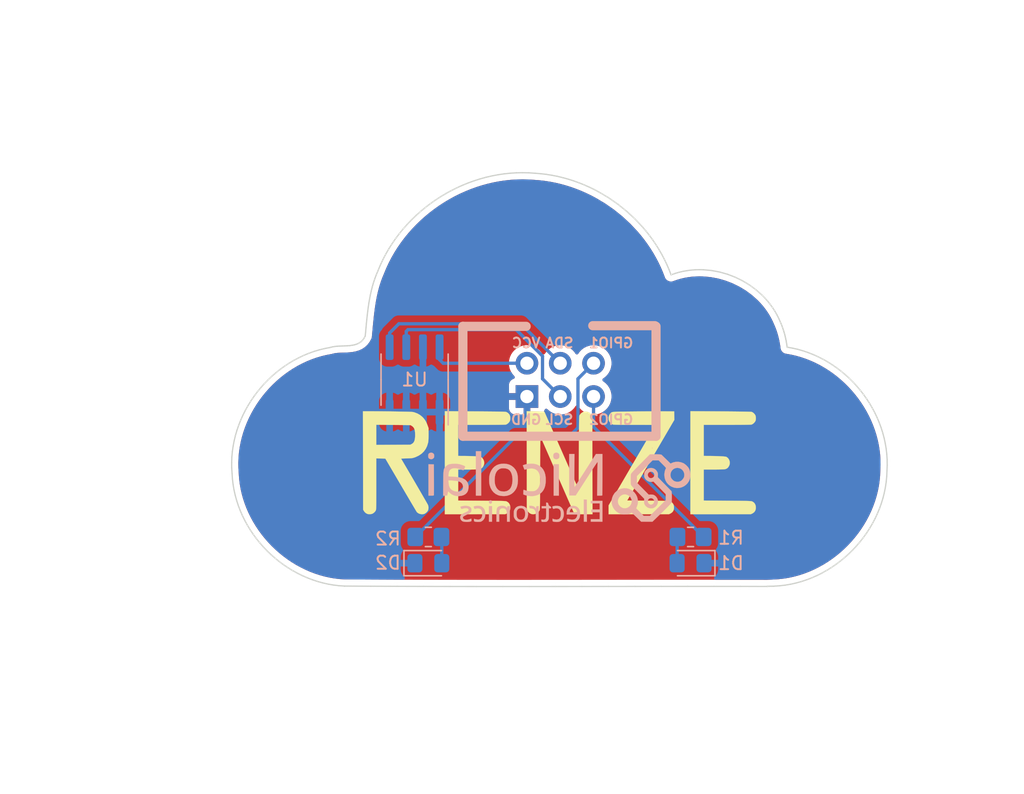
<source format=kicad_pcb>
(kicad_pcb (version 20211014) (generator pcbnew)
  (layers (0 "F.Cu" signal) (31 "B.Cu" signal) (34 "B.Paste" user) (35 "F.Paste" user) (36 "B.SilkS" user "B.Silkscreen") (37 "F.SilkS" user "F.Silkscreen") (38 "B.Mask" user) (39 "F.Mask" user) (44 "Edge.Cuts" user))
  (net 0 "")
  (net 1 "GND")
  (net 2 "Net-(U1-Pad5)")
  (net 3 "Net-(U1-Pad6)")
  (net 4 "+3V3")
  (net 5 "Net-(D1-Pad2)")
  (net 6 "Net-(D2-Pad2)")
  (net 7 "Net-(R1-Pad1)")
  (net 8 "Net-(R2-Pad1)")
  (footprint "badgelife_sao_v169bis:Badgelife-SAOv169-SAO-2x3" (layer "F.Cu") (at 0 0)
    (fp_text reference "X1" hide)
    (fp_text value "SAO")
    (fp_text user "VCC" (at -2.54 -2.794 unlocked) (layer "B.SilkS") (effects (font (size 0.75 0.75)) (justify mirror)))
    (fp_text user "GPIO2" (at 3.937 3.048) (layer "B.SilkS") (effects (font (size 0.75 0.75)) (justify mirror)))
    (fp_text user "GND" (at -2.54 3.048 unlocked) (layer "B.SilkS") (effects (font (size 0.75 0.75)) (justify mirror)))
    (fp_text user "GPIO1" (at 3.937 -2.794 unlocked) (layer "B.SilkS") (effects (font (size 0.75 0.75)) (justify mirror)))
    (fp_text user "SCL" (at 0 3.048) (layer "B.SilkS") (effects (font (size 0.75 0.75)) (justify mirror)))
    (fp_text user "SDA" (at 0 -2.794 unlocked) (layer "B.SilkS") (effects (font (size 0.75 0.75)) (justify mirror)))
    (pad "1" thru_hole oval (at -2.48 -1.25 270) (size 1.7272 1.7272) (drill 1.016) (layers *.Cu *.Mask) (net 4 "+3V3"))
    (pad "2" thru_hole rect (at -2.48 1.29 270) (size 1.7272 1.7272) (drill 1.016) (layers *.Cu *.Mask) (net 1 "GND"))
    (pad "3" thru_hole oval (at 0.06 -1.25 270) (size 1.7272 1.7272) (drill 1.016) (layers *.Cu *.Mask) (net 2 "Net-(U1-Pad5)"))
    (pad "4" thru_hole oval (at 0.06 1.29 270) (size 1.7272 1.7272) (drill 1.016) (layers *.Cu *.Mask) (net 3 "Net-(U1-Pad6)"))
    (pad "5" thru_hole circle (at 2.6 -1.25 270) (size 1.7272 1.7272) (drill 1.016) (layers *.Cu *.Mask) (net 8 "Net-(R2-Pad1)"))
    (pad "6" thru_hole circle (at 2.6 1.29 270) (size 1.7272 1.7272) (drill 1.016) (layers *.Cu *.Mask) (net 7 "Net-(R1-Pad1)"))
  )
  (footprint "cloud:cloud" (layer "F.Cu") (at 0 0)
    (fp_text reference "N1" hide)
    (fp_text value "Housing" hide)
    (fp_line (start 24.2363 2.9109) (end 24.3959 3.2909) (layer "Edge.Cuts") (width 0.1))
    (fp_line (start -16.38038 -2.5719) (end -16.18892 -2.5801) (layer "Edge.Cuts") (width 0.1))
    (fp_line (start -14.3873 15.7573) (end -16.40012 15.7457) (layer "Edge.Cuts") (width 0.1))
    (fp_line (start 15.8868 -5.9769) (end 16.0816 -5.7327) (layer "Edge.Cuts") (width 0.1))
    (fp_line (start -13.4756 -9.136) (end -13.2573 -9.5562) (layer "Edge.Cuts") (width 0.1))
    (fp_line (start 5.7469 15.7738) (end 3.7329 15.7757) (layer "Edge.Cuts") (width 0.1))
    (fp_line (start -0.1584 -15.5052) (end 0.2571 -15.40625) (layer "Edge.Cuts") (width 0.1))
    (fp_line (start 8.8134 -8.0977) (end 9.1164 -8.1862) (layer "Edge.Cuts") (width 0.1))
    (fp_line (start -22.58092 12.7656) (end -22.85399 12.4545) (layer "Edge.Cuts") (width 0.1))
    (fp_line (start -24.970443 7.1677) (end -24.997867 6.7465) (layer "Edge.Cuts") (width 0.1))
    (fp_line (start 22.9267 12.3687) (end 22.6522 12.6894) (layer "Edge.Cuts") (width 0.1))
    (fp_line (start -24.893322 7.9993) (end -24.942526 7.5854) (layer "Edge.Cuts") (width 0.1))
    (fp_line (start 1.4768 -15.01885) (end 1.873 -14.8606) (layer "Edge.Cuts") (width 0.1))
    (fp_line (start -16.81783 15.7174) (end -17.23166 15.6678) (layer "Edge.Cuts") (width 0.1))
    (fp_line (start 18.5826 -2.1952) (end 18.9744 -2.0624) (layer "Edge.Cuts") (width 0.1))
    (fp_line (start -24.465332 3.4762) (end -24.312652 3.0897) (layer "Edge.Cuts") (width 0.1))
    (fp_line (start -21.68512 13.6244) (end -21.9959 13.3511) (layer "Edge.Cuts") (width 0.1))
    (fp_line (start 17.0782 -3.7943) (end 17.115 -3.6771) (layer "Edge.Cuts") (width 0.1))
    (fp_line (start 13.3973 -7.8167) (end 13.9592 -7.5426) (layer "Edge.Cuts") (width 0.1))
    (fp_line (start -5.15 -15.53864) (end -4.6865 -15.62676) (layer "Edge.Cuts") (width 0.1))
    (fp_line (start -24.986903 5.9084) (end -24.949566 5.4929) (layer "Edge.Cuts") (width 0.1))
    (fp_line (start -4.6865 -15.62676) (end -4.2195 -15.69581) (layer "Edge.Cuts") (width 0.1))
    (fp_line (start 23.8668 2.1735) (end 24.0598 2.5382) (layer "Edge.Cuts") (width 0.1))
    (fp_line (start 16.0816 -5.7327) (end 16.2642 -5.4786) (layer "Edge.Cuts") (width 0.1))
    (fp_line (start -24.891692 5.0805) (end -24.813807 4.672) (layer "Edge.Cuts") (width 0.1))
    (fp_line (start -13.0217 -9.9663) (end -12.7694 -10.3658) (layer "Edge.Cuts") (width 0.1))
    (fp_line (start 20.7363 14.3337) (end 20.3778 14.5553) (layer "Edge.Cuts") (width 0.1))
    (fp_line (start -19.2226 15.121) (end -19.60107 14.956) (layer "Edge.Cuts") (width 0.1))
    (fp_line (start -22.85399 12.4545) (end -23.11332 12.1321) (layer "Edge.Cuts") (width 0.1))
    (fp_line (start 24.6765 9.0329) (end 24.5534 9.436) (layer "Edge.Cuts") (width 0.1))
    (fp_line (start -23.80309 11.1022) (end -24.001676 10.74) (layer "Edge.Cuts") (width 0.1))
    (fp_line (start 0.2571 -15.40625) (end 0.6684 -15.292) (layer "Edge.Cuts") (width 0.1))
    (fp_line (start -24.813807 4.672) (end -24.716435 4.268) (layer "Edge.Cuts") (width 0.1))
    (fp_line (start 6.3363 -11.6424) (end 6.612 -11.3167) (layer "Edge.Cuts") (width 0.1))
    (fp_line (start 24.982 6.9396) (end 24.9642 7.3666) (layer "Edge.Cuts") (width 0.1))
    (fp_line (start 18.1839 -2.3088) (end 18.5826 -2.1952) (layer "Edge.Cuts") (width 0.1))
    (fp_line (start 0.6684 -15.292) (end 1.0751 -15.16276) (layer "Edge.Cuts") (width 0.1))
    (fp_line (start -24.001676 10.74) (end -24.183619 10.3693) (layer "Edge.Cuts") (width 0.1))
    (fp_line (start 24.9242 7.79) (end 24.8625 8.2093) (layer "Edge.Cuts") (width 0.1))
    (fp_line (start 1.719 15.7776) (end -0.2948 15.7792) (layer "Edge.Cuts") (width 0.1))
    (fp_line (start -14.7263 -4.267) (end -14.6954 -4.5813) (layer "Edge.Cuts") (width 0.1))
    (fp_line (start -17.89887 -2.3737) (end -17.485 -2.4523) (layer "Edge.Cuts") (width 0.1))
    (fp_line (start 24.3959 3.2909) (end 24.5379 3.6777) (layer "Edge.Cuts") (width 0.1))
    (fp_line (start 10.6645 -8.387) (end 10.9765 -8.3806) (layer "Edge.Cuts") (width 0.1))
    (fp_line (start -14.5369 -5.8359) (end -14.4839 -6.1474) (layer "Edge.Cuts") (width 0.1))
    (fp_line (start -24.623803 9.2121) (end -24.73338 8.8132) (layer "Edge.Cuts") (width 0.1))
    (fp_line (start 15.9968 15.7688) (end 15.9625 15.7699) (layer "Edge.Cuts") (width 0.1))
    (fp_line (start -18.83678 15.2683) (end -19.2226 15.121) (layer "Edge.Cuts") (width 0.1))
    (fp_line (start -14.5836 -5.5233) (end -14.5369 -5.8359) (layer "Edge.Cuts") (width 0.1))
    (fp_line (start 16.2641 15.7582) (end 16.2306 15.76) (layer "Edge.Cuts") (width 0.1))
    (fp_line (start 22.1003 -0.1026) (end 22.3936 0.1885) (layer "Edge.Cuts") (width 0.1))
    (fp_line (start -14.8132 -3.3282) (end -14.7843 -3.6402) (layer "Edge.Cuts") (width 0.1))
    (fp_line (start 3.7575 -13.8652) (end 4.4585 -13.3778) (layer "Edge.Cuts") (width 0.1))
    (fp_line (start -24.823413 8.4088) (end -24.893322 7.9993) (layer "Edge.Cuts") (width 0.1))
    (fp_line (start 11.5979 -8.3237) (end 12.2117 -8.2093) (layer "Edge.Cuts") (width 0.1))
    (fp_line (start 24.854 4.8723) (end 24.9209 5.2798) (layer "Edge.Cuts") (width 0.1))
    (fp_line (start -20.58852 -1.2758) (end -20.23019 -1.4867) (layer "Edge.Cuts") (width 0.1))
    (fp_line (start 21.7482 13.5753) (end 21.4221 13.8431) (layer "Edge.Cuts") (width 0.1))
    (fp_line (start -19.60107 14.956) (end -19.97162 14.7737) (layer "Edge.Cuts") (width 0.1))
    (fp_line (start 22.9413 0.8073) (end 23.1947 1.1338) (layer "Edge.Cuts") (width 0.1))
    (fp_line (start 9.7309 -8.314) (end 10.0411 -8.3539) (layer "Edge.Cuts") (width 0.1))
    (fp_line (start 10.9765 -8.3806) (end 11.5979 -8.3237) (layer "Edge.Cuts") (width 0.1))
    (fp_line (start -23.04984 0.9431) (end -22.78649 0.6202) (layer "Edge.Cuts") (width 0.1))
    (fp_line (start 19.6328 14.9478) (end 19.2475 15.1175) (layer "Edge.Cuts") (width 0.1))
    (fp_line (start -7.8246 -14.6311) (end -7.3945 -14.8255) (layer "Edge.Cuts") (width 0.1))
    (fp_line (start 7.7612 15.7722) (end 5.7469 15.7738) (layer "Edge.Cuts") (width 0.1))
    (fp_line (start 10.0411 -8.3539) (end 10.3525 -8.3781) (layer "Edge.Cuts") (width 0.1))
    (fp_line (start -19.97162 14.7737) (end -20.33366 14.5748) (layer "Edge.Cuts") (width 0.1))
    (fp_line (start -16.40012 15.7457) (end -16.40013 15.7457) (layer "Edge.Cuts") (width 0.1))
    (fp_line (start -21.02989 14.1294) (end -21.36292 13.8841) (layer "Edge.Cuts") (width 0.1))
    (fp_line (start 19.7349 -1.7413) (end 20.1027 -1.5544) (layer "Edge.Cuts") (width 0.1))
    (fp_line (start 9.1164 -8.1862) (end 9.4224 -8.2582) (layer "Edge.Cuts") (width 0.1))
    (fp_line (start 24.9987 6.5214) (end 24.982 6.9396) (layer "Edge.Cuts") (width 0.1))
    (fp_line (start 13.8051 15.7726) (end 11.7902 15.7713) (layer "Edge.Cuts") (width 0.1))
    (fp_line (start 21.4777 -0.6453) (end 21.7949 -0.3808) (layer "Edge.Cuts") (width 0.1))
    (fp_line (start -6.9573 -15.0032) (end -6.5137 -15.16373) (layer "Edge.Cuts") (width 0.1))
    (fp_line (start -22.50942 0.309) (end -22.21917 0.0101) (layer "Edge.Cuts") (width 0.1))
    (fp_line (start -13.8582 -8.2663) (end -13.6762 -8.7059) (layer "Edge.Cuts") (width 0.1))
    (fp_line (start -16.40013 15.7457) (end -16.40013 15.7457) (layer "Edge.Cuts") (width 0.1))
    (fp_line (start 23.658 1.8175) (end 23.8668 2.1735) (layer "Edge.Cuts") (width 0.1))
    (fp_line (start 16.1973 15.7616) (end 16.164 15.763) (layer "Edge.Cuts") (width 0.1))
    (fp_line (start -14.625 -5.2097) (end -14.5836 -5.5233) (layer "Edge.Cuts") (width 0.1))
    (fp_line (start -14.6954 -4.5813) (end -14.6619 -4.8956) (layer "Edge.Cuts") (width 0.1))
    (fp_line (start -17.13748 -2.5284) (end -16.95321 -2.5477) (layer "Edge.Cuts") (width 0.1))
    (fp_line (start 24.9938 6.105) (end 24.9987 6.5214) (layer "Edge.Cuts") (width 0.1))
    (fp_line (start -24.495263 9.6048) (end -24.623803 9.2121) (layer "Edge.Cuts") (width 0.1))
    (fp_line (start -15.46958 -2.7056) (end -15.31059 -2.7773) (layer "Edge.Cuts") (width 0.1))
    (fp_line (start -23.35833 11.7989) (end -23.58845 11.4554) (layer "Edge.Cuts") (width 0.1))
    (fp_line (start -2.3291 -15.77365) (end -1.8538 -15.7416) (layer "Edge.Cuts") (width 0.1))
    (fp_line (start -24.997867 6.7465) (end -25.003179 6.3265) (layer "Edge.Cuts") (width 0.1))
    (fp_line (start 22.0623 13.2933) (end 21.7482 13.5753) (layer "Edge.Cuts") (width 0.1))
    (fp_line (start 9.7756 15.7713) (end 7.7612 15.7722) (layer "Edge.Cuts") (width 0.1))
    (fp_line (start -15.16361 -2.872) (end -15.03049 -2.993) (layer "Edge.Cuts") (width 0.1))
    (fp_line (start 22.6741 0.492) (end 22.9413 0.8073) (layer "Edge.Cuts") (width 0.1))
    (fp_line (start -13.9815 -7.9725) (end -13.8582 -8.2663) (layer "Edge.Cuts") (width 0.1))
    (fp_line (start -10.9396 -12.5188) (end -10.5875 -12.8334) (layer "Edge.Cuts") (width 0.1))
    (fp_line (start 13.9592 -7.5426) (end 14.494 -7.2195) (layer "Edge.Cuts") (width 0.1))
    (fp_line (start -12.2173 -11.1315) (end -11.9186 -11.4969) (layer "Edge.Cuts") (width 0.1))
    (fp_line (start 24.7675 4.469) (end 24.854 4.8723) (layer "Edge.Cuts") (width 0.1))
    (fp_line (start -0.2948 15.7792) (end -2.3084 15.7803) (layer "Edge.Cuts") (width 0.1))
    (fp_line (start 20.0098 14.7602) (end 19.6328 14.9478) (layer "Edge.Cuts") (width 0.1))
    (fp_line (start 2.6474 -14.5023) (end 3.0247 -14.3029) (layer "Edge.Cuts") (width 0.1))
    (fp_line (start -18.30638 -2.2742) (end -17.89887 -2.3737) (layer "Edge.Cuts") (width 0.1))
    (fp_line (start -19.10023 -2.0153) (end -18.70701 -2.1545) (layer "Edge.Cuts") (width 0.1))
    (fp_line (start -10.3614 15.7727) (end -12.3744 15.7662) (layer "Edge.Cuts") (width 0.1))
    (fp_line (start 22.3639 12.9978) (end 22.0623 13.2933) (layer "Edge.Cuts") (width 0.1))
    (fp_line (start 17.2402 -3.2019) (end 17.2663 -3.0818) (layer "Edge.Cuts") (width 0.1))
    (fp_line (start 24.2501 10.2216) (end 24.0711 10.6028) (layer "Edge.Cuts") (width 0.1))
    (fp_line (start 7.5931 -9.9212) (end 7.8059 -9.5508) (layer "Edge.Cuts") (width 0.1))
    (fp_line (start 15.8926 15.7724) (end 15.8567 15.7738) (layer "Edge.Cuts") (width 0.1))
    (fp_line (start 18.8543 15.2687) (end 18.4541 15.4007) (layer "Edge.Cuts") (width 0.1))
    (fp_line (start -17.31536 -2.4978) (end -17.13748 -2.5284) (layer "Edge.Cuts") (width 0.1))
    (fp_line (start 23.1947 1.1338) (end 23.4338 1.4707) (layer "Edge.Cuts") (width 0.1))
    (fp_line (start -16.57281 -2.566) (end -16.38038 -2.5719) (layer "Edge.Cuts") (width 0.1))
    (fp_line (start -6.0642 -15.30674) (end -5.6094 -15.43184) (layer "Edge.Cuts") (width 0.1))
    (fp_line (start -14.4237 -6.4573) (end -14.3553 -6.7654) (layer "Edge.Cuts") (width 0.1))
    (fp_line (start -14.9131 -3.144) (end -14.8132 -3.3282) (layer "Edge.Cuts") (width 0.1))
    (fp_line (start -16.00027 -2.5942) (end -15.81627 -2.6175) (layer "Edge.Cuts") (width 0.1))
    (fp_line (start 2.2633 -14.6883) (end 2.6474 -14.5023) (layer "Edge.Cuts") (width 0.1))
    (fp_line (start 16.8592 -4.3682) (end 16.9079 -4.2552) (layer "Edge.Cuts") (width 0.1))
    (fp_line (start 17.2663 -3.0818) (end 17.2903 -2.9612) (layer "Edge.Cuts") (width 0.1))
    (fp_line (start 24.662 4.0706) (end 24.7675 4.469) (layer "Edge.Cuts") (width 0.1))
    (fp_line (start 17.0392 -3.9108) (end 17.0782 -3.7943) (layer "Edge.Cuts") (width 0.1))
    (fp_line (start 16.0976 15.7655) (end 16.0643 15.7666) (layer "Edge.Cuts") (width 0.1))
    (fp_line (start 20.8104 -1.1309) (end 21.1494 -0.8955) (layer "Edge.Cuts") (width 0.1))
    (fp_line (start -16.18892 -2.5801) (end -16.00027 -2.5942) (layer "Edge.Cuts") (width 0.1))
    (fp_line (start -4.3218 15.7805) (end -6.3352 15.7795) (layer "Edge.Cuts") (width 0.1))
    (fp_line (start -21.91626 -0.2757) (end -21.60122 -0.5478) (layer "Edge.Cuts") (width 0.1))
    (fp_line (start 19.3587 -1.9109) (end 19.7349 -1.7413) (layer "Edge.Cuts") (width 0.1))
    (fp_line (start 16.2306 15.76) (end 16.1973 15.7616) (layer "Edge.Cuts") (width 0.1))
    (fp_line (start 17.351 -2.5974) (end 17.3676 -2.4757) (layer "Edge.Cuts") (width 0.1))
    (fp_line (start 17.3124 -2.8402) (end 17.3327 -2.719) (layer "Edge.Cuts") (width 0.1))
    (fp_line (start 8.514 -7.9926) (end 8.8134 -8.0977) (layer "Edge.Cuts") (width 0.1))
    (fp_line (start -9.0667 -13.9512) (end -8.6613 -14.1935) (layer "Edge.Cuts") (width 0.1))
    (fp_line (start -24.716435 4.268) (end -24.600102 3.8692) (layer "Edge.Cuts") (width 0.1))
    (fp_line (start -24.73338 8.8132) (end -24.823413 8.4088) (layer "Edge.Cuts") (width 0.1))
    (fp_line (start 11.7902 15.7713) (end 9.7756 15.7713) (layer "Edge.Cuts") (width 0.1))
    (fp_line (start -14.6619 -4.8956) (end -14.625 -5.2097) (layer "Edge.Cuts") (width 0.1))
    (fp_line (start -2.3084 15.7803) (end -4.3218 15.7805) (layer "Edge.Cuts") (width 0.1))
    (fp_line (start 3.7329 15.7757) (end 1.719 15.7776) (layer "Edge.Cuts") (width 0.1))
    (fp_line (start 8.3592 -8.393) (end 8.514 -7.9926) (layer "Edge.Cuts") (width 0.1))
    (fp_line (start -21.36292 13.8841) (end -21.68512 13.6244) (layer "Edge.Cuts") (width 0.1))
    (fp_line (start -23.75239 1.9755) (end -23.53332 1.6214) (layer "Edge.Cuts") (width 0.1))
    (fp_line (start -12.501 -10.7543) (end -12.2173 -11.1315) (layer "Edge.Cuts") (width 0.1))
    (fp_line (start 6.876 -10.9814) (end 7.1278 -10.6368) (layer "Edge.Cuts") (width 0.1))
    (fp_line (start 10.3525 -8.3781) (end 10.6645 -8.387) (layer "Edge.Cuts") (width 0.1))
    (fp_line (start 3.0247 -14.3029) (end 3.7575 -13.8652) (layer "Edge.Cuts") (width 0.1))
    (fp_line (start -14.1903 -7.3746) (end -14.0918 -7.6751) (layer "Edge.Cuts") (width 0.1))
    (fp_line (start 23.6614 11.3391) (end 23.4319 11.6929) (layer "Edge.Cuts") (width 0.1))
    (fp_line (start -23.11332 12.1321) (end -23.35833 11.7989) (layer "Edge.Cuts") (width 0.1))
    (fp_line (start 20.3778 14.5553) (end 20.0098 14.7602) (layer "Edge.Cuts") (width 0.1))
    (fp_line (start -13.6762 -8.7059) (end -13.4756 -9.136) (layer "Edge.Cuts") (width 0.1))
    (fp_line (start -16.95321 -2.5477) (end -16.76437 -2.5591) (layer "Edge.Cuts") (width 0.1))
    (fp_line (start 14.494 -7.2195) (end 14.9968 -6.8495) (layer "Edge.Cuts") (width 0.1))
    (fp_line (start -0.5776 -15.58853) (end -0.1584 -15.5052) (layer "Edge.Cuts") (width 0.1))
    (fp_line (start 5.7512 -12.2638) (end 6.3363 -11.6424) (layer "Edge.Cuts") (width 0.1))
    (fp_line (start -6.3352 15.7795) (end -8.3484 15.777) (layer "Edge.Cuts") (width 0.1))
    (fp_line (start 9.4224 -8.2582) (end 9.7309 -8.314) (layer "Edge.Cuts") (width 0.1))
    (fp_line (start -24.348341 9.9907) (end -24.495263 9.6048) (layer "Edge.Cuts") (width 0.1))
    (fp_line (start 17.1495 -3.5592) (end 17.1819 -3.4407) (layer "Edge.Cuts") (width 0.1))
    (fp_line (start 16.4338 -5.2148) (end 16.5899 -4.9416) (layer "Edge.Cuts") (width 0.1))
    (fp_line (start 7.1278 -10.6368) (end 7.367 -10.2833) (layer "Edge.Cuts") (width 0.1))
    (fp_line (start -22.78649 0.6202) (end -22.50942 0.309) (layer "Edge.Cuts") (width 0.1))
    (fp_line (start 22.6522 12.6894) (end 22.3639 12.9978) (layer "Edge.Cuts") (width 0.1))
    (fp_line (start 21.0846 14.0961) (end 20.7363 14.3337) (layer "Edge.Cuts") (width 0.1))
    (fp_line (start 18.9744 -2.0624) (end 19.3587 -1.9109) (layer "Edge.Cuts") (width 0.1))
    (fp_line (start -18.70701 -2.1545) (end -18.30638 -2.2742) (layer "Edge.Cuts") (width 0.1))
    (fp_line (start 14.9968 -6.8495) (end 15.4627 -6.4346) (layer "Edge.Cuts") (width 0.1))
    (fp_line (start 17.115 -3.6771) (end 17.1495 -3.5592) (layer "Edge.Cuts") (width 0.1))
    (fp_line (start 16.5899 -4.9416) (end 16.7319 -4.6593) (layer "Edge.Cuts") (width 0.1))
    (fp_line (start 24.4111 9.8324) (end 24.2501 10.2216) (layer "Edge.Cuts") (width 0.1))
    (fp_line (start -14.3553 -6.7654) (end -14.2778 -7.0713) (layer "Edge.Cuts") (width 0.1))
    (fp_line (start 24.9642 7.3666) (end 24.9242 7.79) (layer "Edge.Cuts") (width 0.1))
    (fp_line (start -20.23019 -1.4867) (end -19.86235 -1.6807) (layer "Edge.Cuts") (width 0.1))
    (fp_line (start 24.5379 3.6777) (end 24.662 4.0706) (layer "Edge.Cuts") (width 0.1))
    (fp_line (start -10.2236 -13.1343) (end -9.8484 -13.4212) (layer "Edge.Cuts") (width 0.1))
    (fp_line (start -7.3945 -14.8255) (end -6.9573 -15.0032) (layer "Edge.Cuts") (width 0.1))
    (fp_line (start 24.0711 10.6028) (end 23.8747 10.9756) (layer "Edge.Cuts") (width 0.1))
    (fp_line (start -17.23166 15.6678) (end -17.64106 15.5975) (layer "Edge.Cuts") (width 0.1))
    (fp_line (start -25.003179 6.3265) (end -24.986903 5.9084) (layer "Edge.Cuts") (width 0.1))
    (fp_line (start 16.0307 15.7677) (end 15.9968 15.7688) (layer "Edge.Cuts") (width 0.1))
    (fp_line (start 24.9209 5.2798) (end 24.9677 5.6909) (layer "Edge.Cuts") (width 0.1))
    (fp_line (start 4.4585 -13.3778) (end 5.1241 -12.8431) (layer "Edge.Cuts") (width 0.1))
    (fp_line (start 17.2163 15.6754) (end 16.7935 15.7245) (layer "Edge.Cuts") (width 0.1))
    (fp_line (start -4.2195 -15.69581) (end -3.7497 -15.74541) (layer "Edge.Cuts") (width 0.1))
    (fp_line (start 16.0643 15.7666) (end 16.0307 15.7677) (layer "Edge.Cuts") (width 0.1))
    (fp_line (start 17.2121 -3.3216) (end 17.2402 -3.2019) (layer "Edge.Cuts") (width 0.1))
    (fp_line (start -18.04543 15.5071) (end -18.4442 15.3972) (layer "Edge.Cuts") (width 0.1))
    (fp_line (start 24.0598 2.5382) (end 24.2363 2.9109) (layer "Edge.Cuts") (width 0.1))
    (fp_line (start -20.68661 14.3598) (end -21.02989 14.1294) (layer "Edge.Cuts") (width 0.1))
    (fp_line (start 23.8747 10.9756) (end 23.6614 11.3391) (layer "Edge.Cuts") (width 0.1))
    (fp_line (start -17.64106 15.5975) (end -18.04543 15.5071) (layer "Edge.Cuts") (width 0.1))
    (fp_line (start -8.3484 15.777) (end -10.3614 15.7727) (layer "Edge.Cuts") (width 0.1))
    (fp_line (start 23.4338 1.4707) (end 23.658 1.8175) (layer "Edge.Cuts") (width 0.1))
    (fp_line (start 15.9278 15.7711) (end 15.8926 15.7724) (layer "Edge.Cuts") (width 0.1))
    (fp_line (start 12.8131 -8.0396) (end 13.3973 -7.8167) (layer "Edge.Cuts") (width 0.1))
    (fp_line (start 23.1868 12.0363) (end 22.9267 12.3687) (layer "Edge.Cuts") (width 0.1))
    (fp_line (start -1.0002 -15.65592) (end -0.5776 -15.58853) (layer "Edge.Cuts") (width 0.1))
    (fp_line (start -23.29896 1.277) (end -23.04984 0.9431) (layer "Edge.Cuts") (width 0.1))
    (fp_line (start 16.2978 15.7562) (end 16.2641 15.7582) (layer "Edge.Cuts") (width 0.1))
    (fp_line (start 24.9677 5.6909) (end 24.9938 6.105) (layer "Edge.Cuts") (width 0.1))
    (fp_line (start 8.1893 -8.7864) (end 8.3592 -8.393) (layer "Edge.Cuts") (width 0.1))
    (fp_line (start -23.53332 1.6214) (end -23.29896 1.277) (layer "Edge.Cuts") (width 0.1))
    (fp_line (start -22.21917 0.0101) (end -21.91626 -0.2757) (layer "Edge.Cuts") (width 0.1))
    (fp_line (start -12.7694 -10.3658) (end -12.501 -10.7543) (layer "Edge.Cuts") (width 0.1))
    (fp_line (start -15.63876 -2.6535) (end -15.46958 -2.7056) (layer "Edge.Cuts") (width 0.1))
    (fp_line (start -6.5137 -15.16373) (end -6.0642 -15.30674) (layer "Edge.Cuts") (width 0.1))
    (fp_line (start -14.0918 -7.6751) (end -13.9815 -7.9725) (layer "Edge.Cuts") (width 0.1))
    (fp_line (start 20.1027 -1.5544) (end 20.4614 -1.3507) (layer "Edge.Cuts") (width 0.1))
    (fp_line (start 17.3327 -2.719) (end 17.351 -2.5974) (layer "Edge.Cuts") (width 0.1))
    (fp_line (start 15.4627 -6.4346) (end 15.6803 -6.211) (layer "Edge.Cuts") (width 0.1))
    (fp_line (start 19.2475 15.1175) (end 18.8543 15.2687) (layer "Edge.Cuts") (width 0.1))
    (fp_line (start -17.485 -2.4523) (end -17.31536 -2.4978) (layer "Edge.Cuts") (width 0.1))
    (fp_line (start -21.60122 -0.5478) (end -21.27456 -0.8057) (layer "Edge.Cuts") (width 0.1))
    (fp_line (start -19.48552 -1.8571) (end -19.10023 -2.0153) (layer "Edge.Cuts") (width 0.1))
    (fp_line (start -21.27456 -0.8057) (end -20.93682 -1.0485) (layer "Edge.Cuts") (width 0.1))
    (fp_line (start -15.81627 -2.6175) (end -15.63876 -2.6535) (layer "Edge.Cuts") (width 0.1))
    (fp_line (start -24.600102 3.8692) (end -24.465332 3.4762) (layer "Edge.Cuts") (width 0.1))
    (fp_line (start 7.367 -10.2833) (end 7.5931 -9.9212) (layer "Edge.Cuts") (width 0.1))
    (fp_line (start -1.8538 -15.7416) (end -1.4258 -15.70704) (layer "Edge.Cuts") (width 0.1))
    (fp_line (start 24.8625 8.2093) (end 24.7797 8.6238) (layer "Edge.Cuts") (width 0.1))
    (fp_line (start 18.0472 15.5129) (end 17.6345 15.6047) (layer "Edge.Cuts") (width 0.1))
    (fp_line (start -23.58845 11.4554) (end -23.80309 11.1022) (layer "Edge.Cuts") (width 0.1))
    (fp_line (start -12.3744 15.7662) (end -14.3873 15.7573) (layer "Edge.Cuts") (width 0.1))
    (fp_line (start -20.33366 14.5748) (end -20.68661 14.3598) (layer "Edge.Cuts") (width 0.1))
    (fp_line (start 21.7949 -0.3808) (end 22.1003 -0.1026) (layer "Edge.Cuts") (width 0.1))
    (fp_line (start 5.1241 -12.8431) (end 5.7512 -12.2638) (layer "Edge.Cuts") (width 0.1))
    (fp_line (start -8.6613 -14.1935) (end -8.2471 -14.4203) (layer "Edge.Cuts") (width 0.1))
    (fp_line (start 12.2117 -8.2093) (end 12.8131 -8.0396) (layer "Edge.Cuts") (width 0.1))
    (fp_line (start -2.8039 -15.78472) (end -2.3291 -15.77365) (layer "Edge.Cuts") (width 0.1))
    (fp_line (start -14.4839 -6.1474) (end -14.4237 -6.4573) (layer "Edge.Cuts") (width 0.1))
    (fp_line (start 17.1819 -3.4407) (end 17.2121 -3.3216) (layer "Edge.Cuts") (width 0.1))
    (fp_line (start 17.7787 -2.4025) (end 18.1839 -2.3088) (layer "Edge.Cuts") (width 0.1))
    (fp_line (start 16.9079 -4.2552) (end 16.954 -4.1413) (layer "Edge.Cuts") (width 0.1))
    (fp_line (start 24.5534 9.436) (end 24.4111 9.8324) (layer "Edge.Cuts") (width 0.1))
    (fp_line (start -1.4258 -15.70704) (end -1.0002 -15.65592) (layer "Edge.Cuts") (width 0.1))
    (fp_line (start 21.1494 -0.8955) (end 21.4777 -0.6453) (layer "Edge.Cuts") (width 0.1))
    (fp_line (start 16.3665 15.7513) (end 16.332 15.7539) (layer "Edge.Cuts") (width 0.1))
    (fp_line (start 15.8201 15.7754) (end 13.8051 15.7726) (layer "Edge.Cuts") (width 0.1))
    (fp_line (start 16.2642 -5.4786) (end 16.4338 -5.2148) (layer "Edge.Cuts") (width 0.1))
    (fp_line (start -22.2947 13.0646) (end -22.58092 12.7656) (layer "Edge.Cuts") (width 0.1))
    (fp_line (start -16.76437 -2.5591) (end -16.57281 -2.566) (layer "Edge.Cuts") (width 0.1))
    (fp_line (start -15.03049 -2.993) (end -14.9131 -3.144) (layer "Edge.Cuts") (width 0.1))
    (fp_line (start -24.312652 3.0897) (end -24.142585 2.7103) (layer "Edge.Cuts") (width 0.1))
    (fp_line (start -15.31059 -2.7773) (end -15.16361 -2.872) (layer "Edge.Cuts") (width 0.1))
    (fp_line (start -8.2471 -14.4203) (end -7.8246 -14.6311) (layer "Edge.Cuts") (width 0.1))
    (fp_line (start 15.9625 15.7699) (end 15.9278 15.7711) (layer "Edge.Cuts") (width 0.1))
    (fp_line (start -23.95566 2.3387) (end -23.75239 1.9755) (layer "Edge.Cuts") (width 0.1))
    (fp_line (start -3.7497 -15.74541) (end -3.2776 -15.77518) (layer "Edge.Cuts") (width 0.1))
    (fp_line (start 7.8059 -9.5508) (end 8.0047 -9.1725) (layer "Edge.Cuts") (width 0.1))
    (fp_line (start -16.40013 15.7457) (end -16.81783 15.7174) (layer "Edge.Cuts") (width 0.1))
    (fp_line (start -24.949566 5.4929) (end -24.891692 5.0805) (layer "Edge.Cuts") (width 0.1))
    (fp_line (start 16.1309 15.7643) (end 16.0976 15.7655) (layer "Edge.Cuts") (width 0.1))
    (fp_line (start 22.3936 0.1885) (end 22.6741 0.492) (layer "Edge.Cuts") (width 0.1))
    (fp_line (start 1.873 -14.8606) (end 2.2633 -14.6883) (layer "Edge.Cuts") (width 0.1))
    (fp_line (start -24.942526 7.5854) (end -24.970443 7.1677) (layer "Edge.Cuts") (width 0.1))
    (fp_line (start 23.4319 11.6929) (end 23.1868 12.0363) (layer "Edge.Cuts") (width 0.1))
    (fp_line (start 1.0751 -15.16276) (end 1.4768 -15.01885) (layer "Edge.Cuts") (width 0.1))
    (fp_line (start 24.7797 8.6238) (end 24.6765 9.0329) (layer "Edge.Cuts") (width 0.1))
    (fp_line (start 20.4614 -1.3507) (end 20.8104 -1.1309) (layer "Edge.Cuts") (width 0.1))
    (fp_line (start -21.9959 13.3511) (end -22.2947 13.0646) (layer "Edge.Cuts") (width 0.1))
    (fp_line (start 8.0047 -9.1725) (end 8.1893 -8.7864) (layer "Edge.Cuts") (width 0.1))
    (fp_line (start -18.4442 15.3972) (end -18.83678 15.2683) (layer "Edge.Cuts") (width 0.1))
    (fp_line (start -9.4626 -13.6936) (end -9.0667 -13.9512) (layer "Edge.Cuts") (width 0.1))
    (fp_line (start -24.142585 2.7103) (end -23.95566 2.3387) (layer "Edge.Cuts") (width 0.1))
    (fp_line (start -5.6094 -15.43184) (end -5.15 -15.53864) (layer "Edge.Cuts") (width 0.1))
    (fp_line (start 16.332 15.7539) (end 16.2978 15.7562) (layer "Edge.Cuts") (width 0.1))
    (fp_line (start 17.6345 15.6047) (end 17.2163 15.6754) (layer "Edge.Cuts") (width 0.1))
    (fp_line (start -11.2792 -12.1909) (end -10.9396 -12.5188) (layer "Edge.Cuts") (width 0.1))
    (fp_line (start 17.2903 -2.9612) (end 17.3124 -2.8402) (layer "Edge.Cuts") (width 0.1))
    (fp_line (start 16.7319 -4.6593) (end 16.8592 -4.3682) (layer "Edge.Cuts") (width 0.1))
    (fp_line (start -11.9186 -11.4969) (end -11.6057 -11.8502) (layer "Edge.Cuts") (width 0.1))
    (fp_line (start 21.4221 13.8431) (end 21.0846 14.0961) (layer "Edge.Cuts") (width 0.1))
    (fp_line (start -24.183619 10.3693) (end -24.348341 9.9907) (layer "Edge.Cuts") (width 0.1))
    (fp_line (start -19.86235 -1.6807) (end -19.48552 -1.8571) (layer "Edge.Cuts") (width 0.1))
    (fp_line (start 16.164 15.763) (end 16.1309 15.7643) (layer "Edge.Cuts") (width 0.1))
    (fp_line (start -13.2573 -9.5562) (end -13.0217 -9.9663) (layer "Edge.Cuts") (width 0.1))
    (fp_line (start -11.6057 -11.8502) (end -11.2792 -12.1909) (layer "Edge.Cuts") (width 0.1))
    (fp_line (start -14.7556 -3.9532) (end -14.7263 -4.267) (layer "Edge.Cuts") (width 0.1))
    (fp_line (start -3.2776 -15.77518) (end -2.8039 -15.78472) (layer "Edge.Cuts") (width 0.1))
    (fp_line (start -14.2778 -7.0713) (end -14.1903 -7.3746) (layer "Edge.Cuts") (width 0.1))
    (fp_line (start -10.5875 -12.8334) (end -10.2236 -13.1343) (layer "Edge.Cuts") (width 0.1))
    (fp_line (start 15.6803 -6.211) (end 15.8868 -5.9769) (layer "Edge.Cuts") (width 0.1))
    (fp_line (start -20.93682 -1.0485) (end -20.58852 -1.2758) (layer "Edge.Cuts") (width 0.1))
    (fp_line (start -14.7843 -3.6402) (end -14.7556 -3.9532) (layer "Edge.Cuts") (width 0.1))
    (fp_line (start 16.7935 15.7245) (end 16.3665 15.7513) (layer "Edge.Cuts") (width 0.1))
    (fp_line (start 16.954 -4.1413) (end 16.9978 -4.0265) (layer "Edge.Cuts") (width 0.1))
    (fp_line (start -9.8484 -13.4212) (end -9.4626 -13.6936) (layer "Edge.Cuts") (width 0.1))
    (fp_line (start 6.612 -11.3167) (end 6.876 -10.9814) (layer "Edge.Cuts") (width 0.1))
    (fp_line (start 17.3676 -2.4757) (end 17.7787 -2.4025) (layer "Edge.Cuts") (width 0.1))
    (fp_line (start 18.4541 15.4007) (end 18.0472 15.5129) (layer "Edge.Cuts") (width 0.1))
    (fp_line (start 16.9978 -4.0265) (end 17.0392 -3.9108) (layer "Edge.Cuts") (width 0.1))
    (fp_line (start 15.8567 15.7738) (end 15.8201 15.7754) (layer "Edge.Cuts") (width 0.1))
  )
  (footprint "electronics3:F.SilkS_g988" (layer "B.Cu") (at 0 8 180)
    (fp_text reference "N2" hide)
    (fp_text value "Logo" hide)
  )
  (footprint "Resistor_SMD:R_0805_2012Metric_Pad1.20x1.40mm_HandSolder" (layer "B.Cu") (at -10 12)
    (fp_text reference "R2" (at -3.081 0.127) (layer "B.SilkS") (effects (justify mirror)))
    (fp_text value "200")
    (pad "1" smd roundrect (at -1 0) (size 1.2 1.4) (layers "B.Cu" "B.Paste" "B.Mask") (roundrect_rratio 0.2083333333) (net 8 "Net-(R2-Pad1)"))
    (pad "2" smd roundrect (at 1 0) (size 1.2 1.4) (layers "B.Cu" "B.Paste" "B.Mask") (roundrect_rratio 0.2083333333) (net 6 "Net-(D2-Pad2)"))
  )
  (footprint "LED_SMD:LED_0805_2012Metric_Pad1.15x1.40mm_HandSolder" (layer "B.Cu") (at 10 14 180)
    (fp_text reference "D1" (at -3.081 0) (layer "B.SilkS") (effects (justify mirror)))
    (fp_text value "LED")
    (pad "1" smd roundrect (at -1.025 0 180) (size 1.15 1.4) (layers "B.Cu" "B.Paste" "B.Mask") (roundrect_rratio 0.2173913043) (net 1 "GND"))
    (pad "2" smd roundrect (at 1.025 0 180) (size 1.15 1.4) (layers "B.Cu" "B.Paste" "B.Mask") (roundrect_rratio 0.2173913043) (net 5 "Net-(D1-Pad2)"))
  )
  (footprint "Resistor_SMD:R_0805_2012Metric_Pad1.20x1.40mm_HandSolder" (layer "B.Cu") (at 10 12 180)
    (fp_text reference "R1" (at -3.081 -0.065) (layer "B.SilkS") (effects (justify mirror)))
    (fp_text value "200")
    (pad "1" smd roundrect (at -1 0 180) (size 1.2 1.4) (layers "B.Cu" "B.Paste" "B.Mask") (roundrect_rratio 0.2083333333) (net 7 "Net-(R1-Pad1)"))
    (pad "2" smd roundrect (at 1 0 180) (size 1.2 1.4) (layers "B.Cu" "B.Paste" "B.Mask") (roundrect_rratio 0.2083333333) (net 5 "Net-(D1-Pad2)"))
  )
  (footprint "LED_SMD:LED_0805_2012Metric_Pad1.15x1.40mm_HandSolder" (layer "B.Cu") (at -10 14)
    (fp_text reference "D2" (at -3.081 -0.03) (layer "B.SilkS") (effects (justify mirror)))
    (fp_text value "LED")
    (pad "1" smd roundrect (at -1.025 0) (size 1.15 1.4) (layers "B.Cu" "B.Paste" "B.Mask") (roundrect_rratio 0.2173913043) (net 1 "GND"))
    (pad "2" smd roundrect (at 1.025 0) (size 1.15 1.4) (layers "B.Cu" "B.Paste" "B.Mask") (roundrect_rratio 0.2173913043) (net 6 "Net-(D2-Pad2)"))
  )
  (footprint "Package_SO:SOIC-8_3.9x4.9mm_P1.27mm" (layer "B.Cu") (at -11.049 0 90)
    (fp_text reference "U1" (at 0 0) (layer "B.SilkS") (effects (justify mirror)))
    (fp_text value "EEPROM")
    (pad "1" smd roundrect (at -2.475 1.905 90) (size 1.95 0.6) (layers "B.Cu" "B.Paste" "B.Mask") (net 1 "GND"))
    (pad "2" smd roundrect (at -2.475 0.635 90) (size 1.95 0.6) (layers "B.Cu" "B.Paste" "B.Mask") (net 1 "GND"))
    (pad "3" smd roundrect (at -2.475 -0.635 90) (size 1.95 0.6) (layers "B.Cu" "B.Paste" "B.Mask") (net 1 "GND"))
    (pad "4" smd roundrect (at -2.475 -1.905 90) (size 1.95 0.6) (layers "B.Cu" "B.Paste" "B.Mask") (net 1 "GND"))
    (pad "5" smd roundrect (at 2.475 -1.905 90) (size 1.95 0.6) (layers "B.Cu" "B.Paste" "B.Mask") (net 2 "Net-(U1-Pad5)"))
    (pad "6" smd roundrect (at 2.475 -0.635 90) (size 1.95 0.6) (layers "B.Cu" "B.Paste" "B.Mask") (net 3 "Net-(U1-Pad6)"))
    (pad "7" smd roundrect (at 2.475 0.635 90) (size 1.95 0.6) (layers "B.Cu" "B.Paste" "B.Mask") (net 1 "GND"))
    (pad "8" smd roundrect (at 2.475 1.905 90) (size 1.95 0.6) (layers "B.Cu" "B.Paste" "B.Mask") (net 4 "+3V3"))
  )
  (segment (start -12.25048 -4.25952) (end -2.94952 -4.25952) (width 0.25) (layer "B.Cu") (net 2))
  (segment (start -12.954 -3.556) (end -12.25048 -4.25952) (width 0.25) (layer "B.Cu") (net 2))
  (segment (start -2.94952 -4.25952) (end 0.06 -1.25) (width 0.25) (layer "B.Cu") (net 2))
  (segment (start -12.954 -2.475) (end -12.954 -3.556) (width 0.25) (layer "B.Cu") (net 2))
  (segment (start -11.557 -3.81) (end -11.684 -3.683) (width 0.25) (layer "B.Cu") (net 3))
  (segment (start -1.291889 -1.799889) (end -3.302 -3.81) (width 0.25) (layer "B.Cu") (net 3))
  (segment (start -3.302 -3.81) (end -11.557 -3.81) (width 0.25) (layer "B.Cu") (net 3))
  (segment (start 0.06 1.29) (end -1.291889 -0.061889) (width 0.25) (layer "B.Cu") (net 3))
  (segment (start -1.291889 -0.061889) (end -1.291889 -1.799889) (width 0.25) (layer "B.Cu") (net 3))
  (segment (start -11.684 -3.683) (end -11.684 -2.475) (width 0.25) (layer "B.Cu") (net 3))
  (segment (start -8.87 -1.25) (end -9.144 -1.524) (width 0.25) (layer "B.Cu") (net 4))
  (segment (start -9.144 -1.524) (end -9.144 -2.475) (width 0.25) (layer "B.Cu") (net 4))
  (segment (start -2.48 -1.25) (end -8.87 -1.25) (width 0.25) (layer "B.Cu") (net 4))
  (segment (start 8.975 12.025) (end 9 12) (width 0.25) (layer "B.Cu") (net 5))
  (segment (start 8.975 14) (end 8.975 12.025) (width 0.25) (layer "B.Cu") (net 5))
  (segment (start -8.975 12.025) (end -9 12) (width 0.25) (layer "B.Cu") (net 6))
  (segment (start -8.975 14) (end -8.975 12.025) (width 0.25) (layer "B.Cu") (net 6))
  (segment (start -9 12) (end -8.825 12) (width 0.25) (layer "B.Cu") (net 6))
  (segment (start 11 12) (end 2.6 3.6) (width 0.25) (layer "B.Cu") (net 7))
  (segment (start 2.6 3.6) (end 2.6 1.29) (width 0.25) (layer "B.Cu") (net 7))
  (segment (start -11 12) (end -3.318 4.318) (width 0.25) (layer "B.Cu") (net 8))
  (segment (start -3.318 4.318) (end 0.762 4.318) (width 0.25) (layer "B.Cu") (net 8))
  (segment (start 0.762 4.318) (end 1.411889 3.668111) (width 0.25) (layer "B.Cu") (net 8))
  (segment (start 1.411889 -0.061889) (end 2.6 -1.25) (width 0.25) (layer "B.Cu") (net 8))
  (segment (start -11.025 12.025) (end -11 12) (width 0.25) (layer "B.Cu") (net 8))
  (segment (start 1.411889 3.668111) (end 1.411889 -0.061889) (width 0.25) (layer "B.Cu") (net 8))
  (zone (net 1) (net_name "GND") (layer "F.Cu") (connect_pads (clearance 0.508)) (min_thickness 0.254) (fill yes (thermal_gap 0.508) (thermal_bridge_width 0.508))
    (polygon (pts (xy 35.433 31.623) (xy -42.672 31.623) (xy -42.672 -28.956) (xy 35.433 -28.956)))
  )
  (zone (net 1) (net_name "GND") (layer "B.Cu") (connect_pads (clearance 0.508)) (min_thickness 0.254) (fill yes (thermal_gap 0.508) (thermal_bridge_width 0.508))
    (polygon (pts (xy 32.766 27.178) (xy -38.1 27.178) (xy -38.1 -25.273) (xy 32.766 -25.273)))
  )
)
</source>
